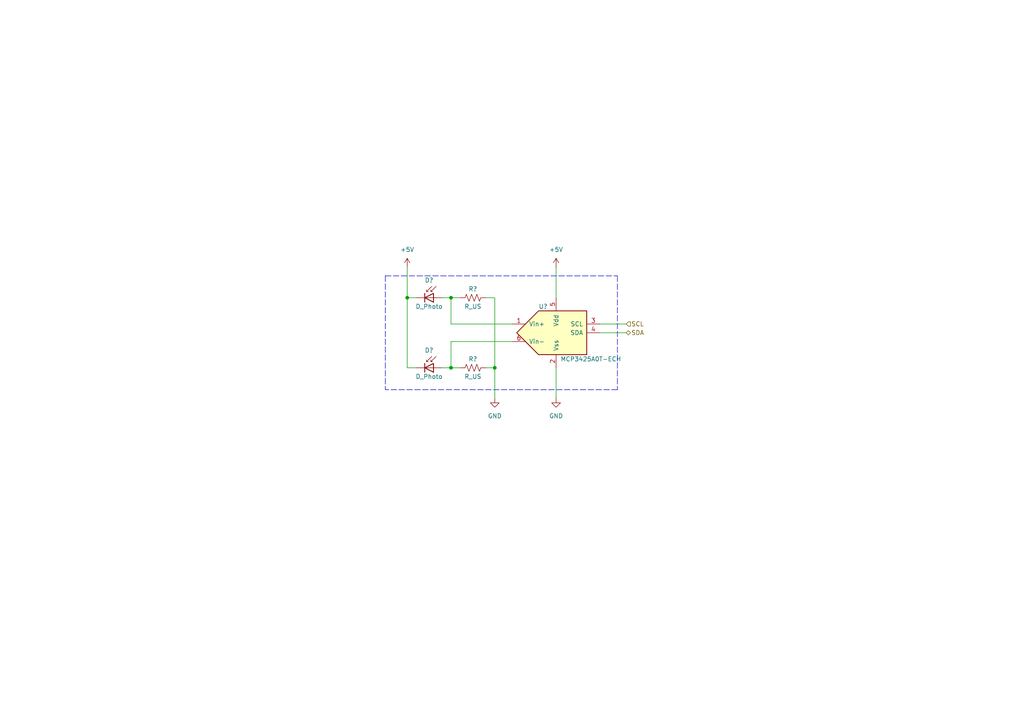
<source format=kicad_sch>
(kicad_sch (version 20211123) (generator eeschema)
  (paper "A4")
  (lib_symbols
    (symbol "Analog_ADC:MCP3425A0T-ECH" (pin_names (offset 1.016))
      (property "Reference" "U" (at -10.16 7.62 0))
      (property "Value" "MCP3425A0T-ECH" (at 2.54 7.62 0))
      (symbol "MCP3425A0T-ECH_0_1"
        (polyline (pts (xy -5.08 6.35) (xy 8.89 6.35) (xy 8.89 0) (xy 8.89 -6.35) (xy -5.08 -6.35) (xy -11.43 0) (xy -5.08 6.35)) (stroke (width 0.254)) (fill (type background)))
      )
      (symbol "MCP3425A0T-ECH_1_1"
        (pin passive line (at -12.7 2.54 0) (length 3.81) (name "Vin+") (number "1"))
        (pin power_in line (at 0 -10.16 90) (length 3.81) (name "Vss") (number "2"))
        (pin input line (at 12.7 2.54 180) (length 3.81) (name "SCL") (number "3"))
        (pin bidirectional line (at 12.7 0 180) (length 3.81) (name "SDA") (number "4"))
        (pin power_in line (at 0 10.16 270) (length 3.81) (name "Vdd") (number "5"))
        (pin passive line (at -12.7 -2.54 0) (length 3.81) (name "Vin-") (number "6"))
      )
    )
    (symbol "Device:D_Photo" (pin_numbers hide) (pin_names hide)
      (property "Reference" "D" (at 0.508 1.778 0))
      (property "Value" "D_Photo" (at -1.016 -2.794 0))
      (symbol "D_Photo_0_1"
        (polyline (pts (xy -2.54 1.27) (xy -2.54 -1.27)) (stroke (width 0.254)))
        (polyline (pts (xy -2.032 1.778) (xy -1.524 1.778)))
        (polyline (pts (xy 0 0) (xy -2.54 0)))
        (polyline (pts (xy -0.508 3.302) (xy -2.032 1.778) (xy -2.032 2.286)))
        (polyline (pts (xy 0 -1.27) (xy 0 1.27) (xy -2.54 0) (xy 0 -1.27)) (stroke (width 0.254)))
        (polyline (pts (xy 0.762 3.302) (xy -0.762 1.778) (xy -0.762 2.286) (xy -0.762 1.778) (xy -0.254 1.778)))
      )
      (symbol "D_Photo_1_1"
        (pin passive line (at -5.08 0 0) (length 2.54) (name "K") (number "1"))
        (pin passive line (at 2.54 0 180) (length 2.54) (name "A") (number "2"))
      )
    )
    (symbol "Device:R_US" (pin_numbers hide) (pin_names (offset 0))
      (property "Reference" "R" (at 2.54 0 90))
      (property "Value" "R_US" (at -2.54 0 90))
      (symbol "R_US_0_1"
        (polyline (pts (xy 0 -2.286) (xy 0 -2.54)))
        (polyline (pts (xy 0 2.286) (xy 0 2.54)))
        (polyline (pts (xy 0 -0.762) (xy 1.016 -1.143) (xy 0 -1.524) (xy -1.016 -1.905) (xy 0 -2.286)))
        (polyline (pts (xy 0 0.762) (xy 1.016 0.381) (xy 0 0) (xy -1.016 -0.381) (xy 0 -0.762)))
        (polyline (pts (xy 0 2.286) (xy 1.016 1.905) (xy 0 1.524) (xy -1.016 1.143) (xy 0 0.762)))
      )
      (symbol "R_US_1_1"
        (pin passive line (at 0 3.81 270) (length 1.27) (name "~") (number "1"))
        (pin passive line (at 0 -3.81 90) (length 1.27) (name "~") (number "2"))
      )
    )
    (symbol "power:+5V" (power) (pin_names (offset 0))
      (property "Value" "+5V" (at 0 3.556 0))
      (symbol "+5V_0_1"
        (polyline (pts (xy -0.762 1.27) (xy 0 2.54)))
        (polyline (pts (xy 0 0) (xy 0 2.54)))
        (polyline (pts (xy 0 2.54) (xy 0.762 1.27)))
      )
      (symbol "+5V_1_1"
        (pin power_in line (at 0 0 90) (length 0) hide (name "+5V") (number "1"))
      )
    )
    (symbol "power:GND" (power) (pin_names (offset 0))
      (property "Value" "GND" (at 0 -3.81 0))
      (symbol "GND_0_1"
        (polyline (pts (xy 0 0) (xy 0 -1.27) (xy 1.27 -1.27) (xy 0 -2.54) (xy -1.27 -1.27) (xy 0 -1.27)))
      )
      (symbol "GND_1_1"
        (pin power_in line (at 0 0 270) (length 0) hide (name "GND") (number "1"))
      )
    )
  )
  (junction (at 130.81 106.68))
  (junction (at 130.81 86.36))
  (junction (at 143.51 106.68))
  (junction (at 118.11 86.36))
  (wire (pts (xy 120.65 106.68) (xy 118.11 106.68)))
  (wire (pts (xy 143.51 86.36) (xy 140.97 86.36)))
  (wire (pts (xy 130.81 106.68) (xy 130.81 99.06)))
  (polyline (pts (xy 111.76 80.01) (xy 179.07 80.01)))
  (wire (pts (xy 118.11 77.47) (xy 118.11 86.36)))
  (wire (pts (xy 130.81 93.98) (xy 148.59 93.98)))
  (wire (pts (xy 130.81 86.36) (xy 133.35 86.36)))
  (wire (pts (xy 140.97 106.68) (xy 143.51 106.68)))
  (wire (pts (xy 173.99 93.98) (xy 181.61 93.98)))
  (wire (pts (xy 143.51 106.68) (xy 143.51 86.36)))
  (wire (pts (xy 130.81 99.06) (xy 148.59 99.06)))
  (wire (pts (xy 173.99 96.52) (xy 181.61 96.52)))
  (wire (pts (xy 143.51 115.57) (xy 143.51 106.68)))
  (wire (pts (xy 128.27 106.68) (xy 130.81 106.68)))
  (wire (pts (xy 130.81 86.36) (xy 130.81 93.98)))
  (wire (pts (xy 128.27 86.36) (xy 130.81 86.36)))
  (wire (pts (xy 161.29 106.68) (xy 161.29 115.57)))
  (wire (pts (xy 130.81 106.68) (xy 133.35 106.68)))
  (polyline (pts (xy 179.07 80.01) (xy 179.07 113.03)))
  (wire (pts (xy 118.11 86.36) (xy 120.65 86.36)))
  (polyline (pts (xy 111.76 80.01) (xy 111.76 113.03)))
  (wire (pts (xy 161.29 77.47) (xy 161.29 86.36)))
  (polyline (pts (xy 179.07 113.03) (xy 111.76 113.03)))
  (wire (pts (xy 118.11 106.68) (xy 118.11 86.36)))
  (hierarchical_label "SCL" (shape input) (at 181.61 93.98 0))
  (hierarchical_label "SDA" (shape bidirectional) (at 181.61 96.52 0))
  (symbol (lib_id "power:GND") (at 161.29 115.57 0) (unit 1)
    (property "Reference" "#PWR?" (effects hide))
    (property "Value" "GND" (at 161.29 120.65 0))
  )
  (symbol (lib_id "Device:R_US") (at 137.16 86.36 90) (unit 1)
    (property "Reference" "R?" (at 137.16 83.82 90))
    (property "Value" "R_US" (at 137.16 88.9 90))
    (property "Footprint" "Resistor_SMD:R_0805_2012Metric_Pad1.20x1.40mm_HandSolder" (effects hide))
  )
  (symbol (lib_id "power:+5V") (at 161.29 77.47 0) (unit 1)
    (property "Reference" "#PWR?" (effects hide))
    (property "Value" "+5V" (at 161.29 72.39 0))
  )
  (symbol (lib_id "power:+5V") (at 118.11 77.47 0) (unit 1)
    (property "Reference" "#PWR?" (effects hide))
    (property "Value" "+5V" (at 118.11 72.39 0))
  )
  (symbol (lib_id "Device:R_US") (at 137.16 106.68 90) (unit 1)
    (property "Reference" "R?" (at 137.16 104.14 90))
    (property "Value" "R_US" (at 137.16 109.22 90))
    (property "Footprint" "Resistor_SMD:R_0805_2012Metric_Pad1.20x1.40mm_HandSolder" (effects hide))
  )
  (symbol (lib_id "Analog_ADC:MCP3425A0T-ECH") (at 161.29 96.52 0) (unit 1)
    (property "Reference" "U?" (at 156.21 88.9 0) (effects (justify left)))
    (property "Value" "MCP3425A0T-ECH" (at 162.56 104.14 0) (effects (justify left)))
    (property "Footprint" "Package_TO_SOT_SMD:SOT-23-6_Handsoldering" (effects hide))
    (property "Datasheet" "http://ww1.microchip.com/downloads/en/DeviceDoc/22072b.pdf" (effects hide))
  )
  (symbol (lib_id "Device:D_Photo") (at 125.73 86.36 0) (unit 1)
    (property "Reference" "D?" (at 124.46 81.28 0))
    (property "Value" "D_Photo" (at 124.46 88.9 0))
    (property "Footprint" "Diode_SMD:D_0805_2012Metric_Pad1.15x1.40mm_HandSolder" (effects hide))
  )
  (symbol (lib_id "power:GND") (at 143.51 115.57 0) (unit 1)
    (property "Reference" "#PWR?" (effects hide))
    (property "Value" "GND" (at 143.51 120.65 0))
  )
  (symbol (lib_id "Device:D_Photo") (at 125.73 106.68 0) (unit 1)
    (property "Reference" "D?" (at 124.46 101.6 0))
    (property "Value" "D_Photo" (at 124.46 109.22 0))
    (property "Footprint" "Diode_SMD:D_0805_2012Metric_Pad1.15x1.40mm_HandSolder" (effects hide))
  )
)
</source>
